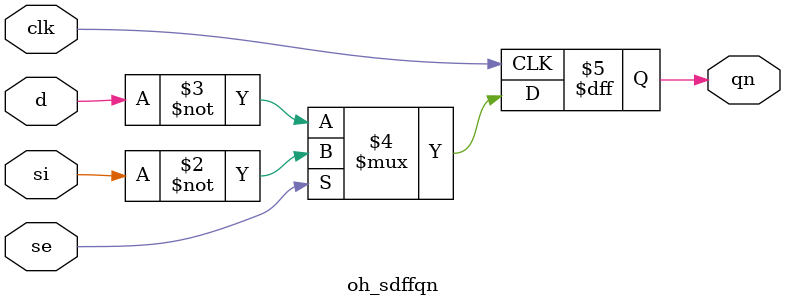
<source format=v>

module oh_sdffqn #(parameter DW = 1) // array width
   (
    input [DW-1:0] 	d,
    input [DW-1:0] 	si,
    input [DW-1:0] 	se,
    input [DW-1:0] 	clk, 
    output reg [DW-1:0] qn
    );
   
   always @ (posedge clk)
     qn <= se ? ~si : ~d;
      
endmodule

</source>
